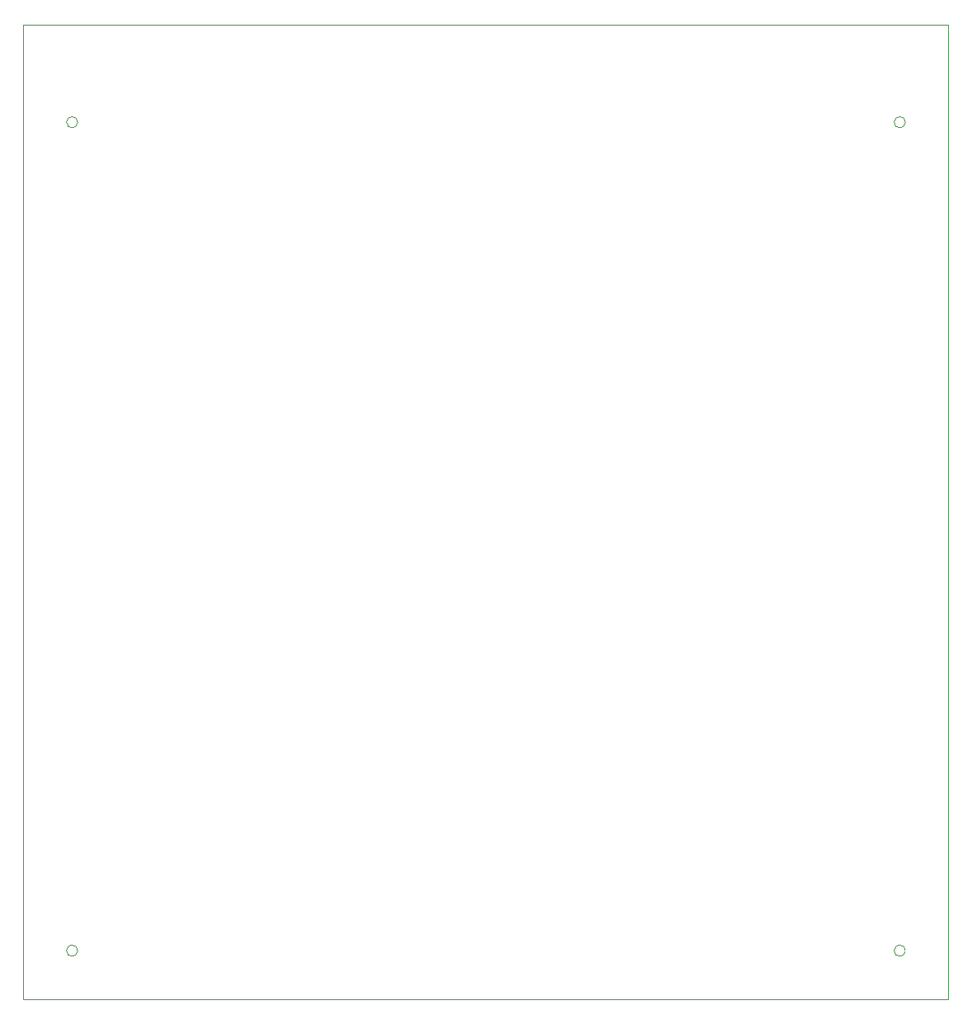
<source format=gm1>
G04 #@! TF.GenerationSoftware,KiCad,Pcbnew,5.1.7-a382d34a8~88~ubuntu18.04.1*
G04 #@! TF.CreationDate,2021-09-17T12:32:22-05:00*
G04 #@! TF.ProjectId,serial_logger_uart_expander,73657269-616c-45f6-9c6f-676765725f75,rev?*
G04 #@! TF.SameCoordinates,Original*
G04 #@! TF.FileFunction,Profile,NP*
%FSLAX46Y46*%
G04 Gerber Fmt 4.6, Leading zero omitted, Abs format (unit mm)*
G04 Created by KiCad (PCBNEW 5.1.7-a382d34a8~88~ubuntu18.04.1) date 2021-09-17 12:32:22*
%MOMM*%
%LPD*%
G01*
G04 APERTURE LIST*
G04 #@! TA.AperFunction,Profile*
%ADD10C,0.050000*%
G04 #@! TD*
G04 APERTURE END LIST*
D10*
X195576000Y-60000000D02*
G75*
G03*
X195576000Y-60000000I-576000J0D01*
G01*
X110576000Y-60000000D02*
G75*
G03*
X110576000Y-60000000I-576000J0D01*
G01*
X110576000Y-145000000D02*
G75*
G03*
X110576000Y-145000000I-576000J0D01*
G01*
X195576000Y-145000000D02*
G75*
G03*
X195576000Y-145000000I-576000J0D01*
G01*
X105000000Y-50000000D02*
X105000000Y-150000000D01*
X105000000Y-50000000D02*
X200000000Y-50000000D01*
X200000000Y-150000000D02*
X200000000Y-50000000D01*
X105000000Y-150000000D02*
X200000000Y-150000000D01*
M02*

</source>
